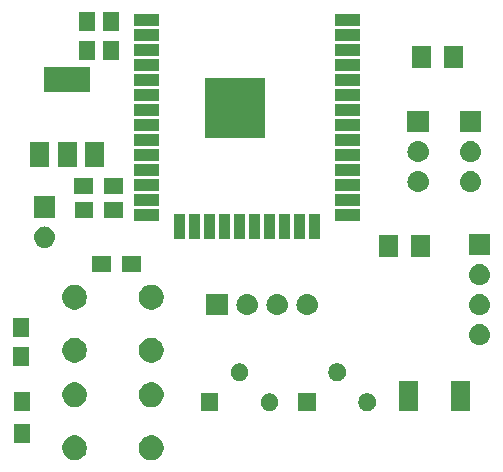
<source format=gbr>
%TF.GenerationSoftware,KiCad,Pcbnew,5.1.4*%
%TF.CreationDate,2019-10-29T20:04:43-05:00*%
%TF.ProjectId,pet_feeder,7065745f-6665-4656-9465-722e6b696361,rev?*%
%TF.SameCoordinates,Original*%
%TF.FileFunction,Soldermask,Top*%
%TF.FilePolarity,Negative*%
%FSLAX46Y46*%
G04 Gerber Fmt 4.6, Leading zero omitted, Abs format (unit mm)*
G04 Created by KiCad (PCBNEW 5.1.4) date 2019-10-29 20:04:43*
%MOMM*%
%LPD*%
G04 APERTURE LIST*
%ADD10C,0.100000*%
G04 APERTURE END LIST*
D10*
G36*
X136346564Y-106994389D02*
G01*
X136537833Y-107073615D01*
X136537835Y-107073616D01*
X136709973Y-107188635D01*
X136856365Y-107335027D01*
X136971385Y-107507167D01*
X137050611Y-107698436D01*
X137091000Y-107901484D01*
X137091000Y-108108516D01*
X137050611Y-108311564D01*
X136971385Y-108502833D01*
X136971384Y-108502835D01*
X136856365Y-108674973D01*
X136709973Y-108821365D01*
X136537835Y-108936384D01*
X136537834Y-108936385D01*
X136537833Y-108936385D01*
X136346564Y-109015611D01*
X136143516Y-109056000D01*
X135936484Y-109056000D01*
X135733436Y-109015611D01*
X135542167Y-108936385D01*
X135542166Y-108936385D01*
X135542165Y-108936384D01*
X135370027Y-108821365D01*
X135223635Y-108674973D01*
X135108616Y-108502835D01*
X135108615Y-108502833D01*
X135029389Y-108311564D01*
X134989000Y-108108516D01*
X134989000Y-107901484D01*
X135029389Y-107698436D01*
X135108615Y-107507167D01*
X135223635Y-107335027D01*
X135370027Y-107188635D01*
X135542165Y-107073616D01*
X135542167Y-107073615D01*
X135733436Y-106994389D01*
X135936484Y-106954000D01*
X136143516Y-106954000D01*
X136346564Y-106994389D01*
X136346564Y-106994389D01*
G37*
G36*
X129846564Y-106994389D02*
G01*
X130037833Y-107073615D01*
X130037835Y-107073616D01*
X130209973Y-107188635D01*
X130356365Y-107335027D01*
X130471385Y-107507167D01*
X130550611Y-107698436D01*
X130591000Y-107901484D01*
X130591000Y-108108516D01*
X130550611Y-108311564D01*
X130471385Y-108502833D01*
X130471384Y-108502835D01*
X130356365Y-108674973D01*
X130209973Y-108821365D01*
X130037835Y-108936384D01*
X130037834Y-108936385D01*
X130037833Y-108936385D01*
X129846564Y-109015611D01*
X129643516Y-109056000D01*
X129436484Y-109056000D01*
X129233436Y-109015611D01*
X129042167Y-108936385D01*
X129042166Y-108936385D01*
X129042165Y-108936384D01*
X128870027Y-108821365D01*
X128723635Y-108674973D01*
X128608616Y-108502835D01*
X128608615Y-108502833D01*
X128529389Y-108311564D01*
X128489000Y-108108516D01*
X128489000Y-107901484D01*
X128529389Y-107698436D01*
X128608615Y-107507167D01*
X128723635Y-107335027D01*
X128870027Y-107188635D01*
X129042165Y-107073616D01*
X129042167Y-107073615D01*
X129233436Y-106994389D01*
X129436484Y-106954000D01*
X129643516Y-106954000D01*
X129846564Y-106994389D01*
X129846564Y-106994389D01*
G37*
G36*
X125796000Y-107561000D02*
G01*
X124394000Y-107561000D01*
X124394000Y-105959000D01*
X125796000Y-105959000D01*
X125796000Y-107561000D01*
X125796000Y-107561000D01*
G37*
G36*
X141721000Y-104891000D02*
G01*
X140219000Y-104891000D01*
X140219000Y-103389000D01*
X141721000Y-103389000D01*
X141721000Y-104891000D01*
X141721000Y-104891000D01*
G37*
G36*
X146186730Y-103401484D02*
G01*
X146269059Y-103417860D01*
X146405732Y-103474472D01*
X146528735Y-103556660D01*
X146633340Y-103661265D01*
X146715528Y-103784268D01*
X146715529Y-103784270D01*
X146772140Y-103920941D01*
X146801000Y-104066032D01*
X146801000Y-104213968D01*
X146772140Y-104359059D01*
X146740111Y-104436385D01*
X146715528Y-104495732D01*
X146633340Y-104618735D01*
X146528735Y-104723340D01*
X146405732Y-104805528D01*
X146405731Y-104805529D01*
X146405730Y-104805529D01*
X146269059Y-104862140D01*
X146123968Y-104891000D01*
X145976032Y-104891000D01*
X145830941Y-104862140D01*
X145694270Y-104805529D01*
X145694269Y-104805529D01*
X145694268Y-104805528D01*
X145571265Y-104723340D01*
X145466660Y-104618735D01*
X145384472Y-104495732D01*
X145359890Y-104436385D01*
X145327860Y-104359059D01*
X145299000Y-104213968D01*
X145299000Y-104066032D01*
X145327860Y-103920941D01*
X145384471Y-103784270D01*
X145384472Y-103784268D01*
X145466660Y-103661265D01*
X145571265Y-103556660D01*
X145694268Y-103474472D01*
X145830941Y-103417860D01*
X145913270Y-103401484D01*
X145976032Y-103389000D01*
X146123968Y-103389000D01*
X146186730Y-103401484D01*
X146186730Y-103401484D01*
G37*
G36*
X154441730Y-103401484D02*
G01*
X154524059Y-103417860D01*
X154660732Y-103474472D01*
X154783735Y-103556660D01*
X154888340Y-103661265D01*
X154970528Y-103784268D01*
X154970529Y-103784270D01*
X155027140Y-103920941D01*
X155056000Y-104066032D01*
X155056000Y-104213968D01*
X155027140Y-104359059D01*
X154995111Y-104436385D01*
X154970528Y-104495732D01*
X154888340Y-104618735D01*
X154783735Y-104723340D01*
X154660732Y-104805528D01*
X154660731Y-104805529D01*
X154660730Y-104805529D01*
X154524059Y-104862140D01*
X154378968Y-104891000D01*
X154231032Y-104891000D01*
X154085941Y-104862140D01*
X153949270Y-104805529D01*
X153949269Y-104805529D01*
X153949268Y-104805528D01*
X153826265Y-104723340D01*
X153721660Y-104618735D01*
X153639472Y-104495732D01*
X153614890Y-104436385D01*
X153582860Y-104359059D01*
X153554000Y-104213968D01*
X153554000Y-104066032D01*
X153582860Y-103920941D01*
X153639471Y-103784270D01*
X153639472Y-103784268D01*
X153721660Y-103661265D01*
X153826265Y-103556660D01*
X153949268Y-103474472D01*
X154085941Y-103417860D01*
X154168270Y-103401484D01*
X154231032Y-103389000D01*
X154378968Y-103389000D01*
X154441730Y-103401484D01*
X154441730Y-103401484D01*
G37*
G36*
X149976000Y-104891000D02*
G01*
X148474000Y-104891000D01*
X148474000Y-103389000D01*
X149976000Y-103389000D01*
X149976000Y-104891000D01*
X149976000Y-104891000D01*
G37*
G36*
X158596000Y-104883000D02*
G01*
X157044000Y-104883000D01*
X157044000Y-102381000D01*
X158596000Y-102381000D01*
X158596000Y-104883000D01*
X158596000Y-104883000D01*
G37*
G36*
X162996000Y-104883000D02*
G01*
X161444000Y-104883000D01*
X161444000Y-102381000D01*
X162996000Y-102381000D01*
X162996000Y-104883000D01*
X162996000Y-104883000D01*
G37*
G36*
X125796000Y-104861000D02*
G01*
X124394000Y-104861000D01*
X124394000Y-103259000D01*
X125796000Y-103259000D01*
X125796000Y-104861000D01*
X125796000Y-104861000D01*
G37*
G36*
X129846564Y-102494389D02*
G01*
X130037833Y-102573615D01*
X130037835Y-102573616D01*
X130209973Y-102688635D01*
X130356365Y-102835027D01*
X130421829Y-102933000D01*
X130471385Y-103007167D01*
X130550611Y-103198436D01*
X130591000Y-103401484D01*
X130591000Y-103608516D01*
X130550611Y-103811564D01*
X130471385Y-104002833D01*
X130471384Y-104002835D01*
X130356365Y-104174973D01*
X130209973Y-104321365D01*
X130037835Y-104436384D01*
X130037834Y-104436385D01*
X130037833Y-104436385D01*
X129846564Y-104515611D01*
X129643516Y-104556000D01*
X129436484Y-104556000D01*
X129233436Y-104515611D01*
X129042167Y-104436385D01*
X129042166Y-104436385D01*
X129042165Y-104436384D01*
X128870027Y-104321365D01*
X128723635Y-104174973D01*
X128608616Y-104002835D01*
X128608615Y-104002833D01*
X128529389Y-103811564D01*
X128489000Y-103608516D01*
X128489000Y-103401484D01*
X128529389Y-103198436D01*
X128608615Y-103007167D01*
X128658172Y-102933000D01*
X128723635Y-102835027D01*
X128870027Y-102688635D01*
X129042165Y-102573616D01*
X129042167Y-102573615D01*
X129233436Y-102494389D01*
X129436484Y-102454000D01*
X129643516Y-102454000D01*
X129846564Y-102494389D01*
X129846564Y-102494389D01*
G37*
G36*
X136346564Y-102494389D02*
G01*
X136537833Y-102573615D01*
X136537835Y-102573616D01*
X136709973Y-102688635D01*
X136856365Y-102835027D01*
X136921829Y-102933000D01*
X136971385Y-103007167D01*
X137050611Y-103198436D01*
X137091000Y-103401484D01*
X137091000Y-103608516D01*
X137050611Y-103811564D01*
X136971385Y-104002833D01*
X136971384Y-104002835D01*
X136856365Y-104174973D01*
X136709973Y-104321365D01*
X136537835Y-104436384D01*
X136537834Y-104436385D01*
X136537833Y-104436385D01*
X136346564Y-104515611D01*
X136143516Y-104556000D01*
X135936484Y-104556000D01*
X135733436Y-104515611D01*
X135542167Y-104436385D01*
X135542166Y-104436385D01*
X135542165Y-104436384D01*
X135370027Y-104321365D01*
X135223635Y-104174973D01*
X135108616Y-104002835D01*
X135108615Y-104002833D01*
X135029389Y-103811564D01*
X134989000Y-103608516D01*
X134989000Y-103401484D01*
X135029389Y-103198436D01*
X135108615Y-103007167D01*
X135158172Y-102933000D01*
X135223635Y-102835027D01*
X135370027Y-102688635D01*
X135542165Y-102573616D01*
X135542167Y-102573615D01*
X135733436Y-102494389D01*
X135936484Y-102454000D01*
X136143516Y-102454000D01*
X136346564Y-102494389D01*
X136346564Y-102494389D01*
G37*
G36*
X151984059Y-100877860D02*
G01*
X152120732Y-100934472D01*
X152243735Y-101016660D01*
X152348340Y-101121265D01*
X152430528Y-101244268D01*
X152487140Y-101380941D01*
X152516000Y-101526033D01*
X152516000Y-101673967D01*
X152487140Y-101819059D01*
X152430528Y-101955732D01*
X152348340Y-102078735D01*
X152243735Y-102183340D01*
X152120732Y-102265528D01*
X152120731Y-102265529D01*
X152120730Y-102265529D01*
X151984059Y-102322140D01*
X151838968Y-102351000D01*
X151691032Y-102351000D01*
X151545941Y-102322140D01*
X151409270Y-102265529D01*
X151409269Y-102265529D01*
X151409268Y-102265528D01*
X151286265Y-102183340D01*
X151181660Y-102078735D01*
X151099472Y-101955732D01*
X151042860Y-101819059D01*
X151014000Y-101673967D01*
X151014000Y-101526033D01*
X151042860Y-101380941D01*
X151099472Y-101244268D01*
X151181660Y-101121265D01*
X151286265Y-101016660D01*
X151409268Y-100934472D01*
X151545941Y-100877860D01*
X151691032Y-100849000D01*
X151838968Y-100849000D01*
X151984059Y-100877860D01*
X151984059Y-100877860D01*
G37*
G36*
X143729059Y-100877860D02*
G01*
X143865732Y-100934472D01*
X143988735Y-101016660D01*
X144093340Y-101121265D01*
X144175528Y-101244268D01*
X144232140Y-101380941D01*
X144261000Y-101526033D01*
X144261000Y-101673967D01*
X144232140Y-101819059D01*
X144175528Y-101955732D01*
X144093340Y-102078735D01*
X143988735Y-102183340D01*
X143865732Y-102265528D01*
X143865731Y-102265529D01*
X143865730Y-102265529D01*
X143729059Y-102322140D01*
X143583968Y-102351000D01*
X143436032Y-102351000D01*
X143290941Y-102322140D01*
X143154270Y-102265529D01*
X143154269Y-102265529D01*
X143154268Y-102265528D01*
X143031265Y-102183340D01*
X142926660Y-102078735D01*
X142844472Y-101955732D01*
X142787860Y-101819059D01*
X142759000Y-101673967D01*
X142759000Y-101526033D01*
X142787860Y-101380941D01*
X142844472Y-101244268D01*
X142926660Y-101121265D01*
X143031265Y-101016660D01*
X143154268Y-100934472D01*
X143290941Y-100877860D01*
X143436032Y-100849000D01*
X143583968Y-100849000D01*
X143729059Y-100877860D01*
X143729059Y-100877860D01*
G37*
G36*
X125644000Y-101111000D02*
G01*
X124292000Y-101111000D01*
X124292000Y-99509000D01*
X125644000Y-99509000D01*
X125644000Y-101111000D01*
X125644000Y-101111000D01*
G37*
G36*
X136346564Y-98739389D02*
G01*
X136537833Y-98818615D01*
X136537835Y-98818616D01*
X136701523Y-98927989D01*
X136709973Y-98933635D01*
X136856365Y-99080027D01*
X136971385Y-99252167D01*
X137050611Y-99443436D01*
X137091000Y-99646484D01*
X137091000Y-99853516D01*
X137050611Y-100056564D01*
X136971385Y-100247833D01*
X136971384Y-100247835D01*
X136856365Y-100419973D01*
X136709973Y-100566365D01*
X136537835Y-100681384D01*
X136537834Y-100681385D01*
X136537833Y-100681385D01*
X136346564Y-100760611D01*
X136143516Y-100801000D01*
X135936484Y-100801000D01*
X135733436Y-100760611D01*
X135542167Y-100681385D01*
X135542166Y-100681385D01*
X135542165Y-100681384D01*
X135370027Y-100566365D01*
X135223635Y-100419973D01*
X135108616Y-100247835D01*
X135108615Y-100247833D01*
X135029389Y-100056564D01*
X134989000Y-99853516D01*
X134989000Y-99646484D01*
X135029389Y-99443436D01*
X135108615Y-99252167D01*
X135223635Y-99080027D01*
X135370027Y-98933635D01*
X135378477Y-98927989D01*
X135542165Y-98818616D01*
X135542167Y-98818615D01*
X135733436Y-98739389D01*
X135936484Y-98699000D01*
X136143516Y-98699000D01*
X136346564Y-98739389D01*
X136346564Y-98739389D01*
G37*
G36*
X129846564Y-98739389D02*
G01*
X130037833Y-98818615D01*
X130037835Y-98818616D01*
X130201523Y-98927989D01*
X130209973Y-98933635D01*
X130356365Y-99080027D01*
X130471385Y-99252167D01*
X130550611Y-99443436D01*
X130591000Y-99646484D01*
X130591000Y-99853516D01*
X130550611Y-100056564D01*
X130471385Y-100247833D01*
X130471384Y-100247835D01*
X130356365Y-100419973D01*
X130209973Y-100566365D01*
X130037835Y-100681384D01*
X130037834Y-100681385D01*
X130037833Y-100681385D01*
X129846564Y-100760611D01*
X129643516Y-100801000D01*
X129436484Y-100801000D01*
X129233436Y-100760611D01*
X129042167Y-100681385D01*
X129042166Y-100681385D01*
X129042165Y-100681384D01*
X128870027Y-100566365D01*
X128723635Y-100419973D01*
X128608616Y-100247835D01*
X128608615Y-100247833D01*
X128529389Y-100056564D01*
X128489000Y-99853516D01*
X128489000Y-99646484D01*
X128529389Y-99443436D01*
X128608615Y-99252167D01*
X128723635Y-99080027D01*
X128870027Y-98933635D01*
X128878477Y-98927989D01*
X129042165Y-98818616D01*
X129042167Y-98818615D01*
X129233436Y-98739389D01*
X129436484Y-98699000D01*
X129643516Y-98699000D01*
X129846564Y-98739389D01*
X129846564Y-98739389D01*
G37*
G36*
X163940442Y-97530518D02*
G01*
X164006627Y-97537037D01*
X164176466Y-97588557D01*
X164332991Y-97672222D01*
X164368729Y-97701552D01*
X164470186Y-97784814D01*
X164553448Y-97886271D01*
X164582778Y-97922009D01*
X164666443Y-98078534D01*
X164717963Y-98248373D01*
X164735359Y-98425000D01*
X164717963Y-98601627D01*
X164666443Y-98771466D01*
X164582778Y-98927991D01*
X164578146Y-98933635D01*
X164470186Y-99065186D01*
X164368729Y-99148448D01*
X164332991Y-99177778D01*
X164176466Y-99261443D01*
X164006627Y-99312963D01*
X163940442Y-99319482D01*
X163874260Y-99326000D01*
X163785740Y-99326000D01*
X163719557Y-99319481D01*
X163653373Y-99312963D01*
X163483534Y-99261443D01*
X163327009Y-99177778D01*
X163291271Y-99148448D01*
X163189814Y-99065186D01*
X163081854Y-98933635D01*
X163077222Y-98927991D01*
X162993557Y-98771466D01*
X162942037Y-98601627D01*
X162924641Y-98425000D01*
X162942037Y-98248373D01*
X162993557Y-98078534D01*
X163077222Y-97922009D01*
X163106552Y-97886271D01*
X163189814Y-97784814D01*
X163291271Y-97701552D01*
X163327009Y-97672222D01*
X163483534Y-97588557D01*
X163653373Y-97537037D01*
X163719558Y-97530518D01*
X163785740Y-97524000D01*
X163874260Y-97524000D01*
X163940442Y-97530518D01*
X163940442Y-97530518D01*
G37*
G36*
X125644000Y-98611000D02*
G01*
X124292000Y-98611000D01*
X124292000Y-97009000D01*
X125644000Y-97009000D01*
X125644000Y-98611000D01*
X125644000Y-98611000D01*
G37*
G36*
X163940443Y-94990519D02*
G01*
X164006627Y-94997037D01*
X164176466Y-95048557D01*
X164332991Y-95132222D01*
X164368729Y-95161552D01*
X164470186Y-95244814D01*
X164553448Y-95346271D01*
X164582778Y-95382009D01*
X164666443Y-95538534D01*
X164717963Y-95708373D01*
X164735359Y-95885000D01*
X164717963Y-96061627D01*
X164666443Y-96231466D01*
X164582778Y-96387991D01*
X164553448Y-96423729D01*
X164470186Y-96525186D01*
X164368729Y-96608448D01*
X164332991Y-96637778D01*
X164176466Y-96721443D01*
X164006627Y-96772963D01*
X163940442Y-96779482D01*
X163874260Y-96786000D01*
X163785740Y-96786000D01*
X163719558Y-96779482D01*
X163653373Y-96772963D01*
X163483534Y-96721443D01*
X163327009Y-96637778D01*
X163291271Y-96608448D01*
X163189814Y-96525186D01*
X163106552Y-96423729D01*
X163077222Y-96387991D01*
X162993557Y-96231466D01*
X162942037Y-96061627D01*
X162924641Y-95885000D01*
X162942037Y-95708373D01*
X162993557Y-95538534D01*
X163077222Y-95382009D01*
X163106552Y-95346271D01*
X163189814Y-95244814D01*
X163291271Y-95161552D01*
X163327009Y-95132222D01*
X163483534Y-95048557D01*
X163653373Y-94997037D01*
X163719557Y-94990519D01*
X163785740Y-94984000D01*
X163874260Y-94984000D01*
X163940443Y-94990519D01*
X163940443Y-94990519D01*
G37*
G36*
X142506000Y-96786000D02*
G01*
X140704000Y-96786000D01*
X140704000Y-94984000D01*
X142506000Y-94984000D01*
X142506000Y-96786000D01*
X142506000Y-96786000D01*
G37*
G36*
X144255443Y-94990519D02*
G01*
X144321627Y-94997037D01*
X144491466Y-95048557D01*
X144647991Y-95132222D01*
X144683729Y-95161552D01*
X144785186Y-95244814D01*
X144868448Y-95346271D01*
X144897778Y-95382009D01*
X144981443Y-95538534D01*
X145032963Y-95708373D01*
X145050359Y-95885000D01*
X145032963Y-96061627D01*
X144981443Y-96231466D01*
X144897778Y-96387991D01*
X144868448Y-96423729D01*
X144785186Y-96525186D01*
X144683729Y-96608448D01*
X144647991Y-96637778D01*
X144491466Y-96721443D01*
X144321627Y-96772963D01*
X144255442Y-96779482D01*
X144189260Y-96786000D01*
X144100740Y-96786000D01*
X144034558Y-96779482D01*
X143968373Y-96772963D01*
X143798534Y-96721443D01*
X143642009Y-96637778D01*
X143606271Y-96608448D01*
X143504814Y-96525186D01*
X143421552Y-96423729D01*
X143392222Y-96387991D01*
X143308557Y-96231466D01*
X143257037Y-96061627D01*
X143239641Y-95885000D01*
X143257037Y-95708373D01*
X143308557Y-95538534D01*
X143392222Y-95382009D01*
X143421552Y-95346271D01*
X143504814Y-95244814D01*
X143606271Y-95161552D01*
X143642009Y-95132222D01*
X143798534Y-95048557D01*
X143968373Y-94997037D01*
X144034557Y-94990519D01*
X144100740Y-94984000D01*
X144189260Y-94984000D01*
X144255443Y-94990519D01*
X144255443Y-94990519D01*
G37*
G36*
X146795443Y-94990519D02*
G01*
X146861627Y-94997037D01*
X147031466Y-95048557D01*
X147187991Y-95132222D01*
X147223729Y-95161552D01*
X147325186Y-95244814D01*
X147408448Y-95346271D01*
X147437778Y-95382009D01*
X147521443Y-95538534D01*
X147572963Y-95708373D01*
X147590359Y-95885000D01*
X147572963Y-96061627D01*
X147521443Y-96231466D01*
X147437778Y-96387991D01*
X147408448Y-96423729D01*
X147325186Y-96525186D01*
X147223729Y-96608448D01*
X147187991Y-96637778D01*
X147031466Y-96721443D01*
X146861627Y-96772963D01*
X146795442Y-96779482D01*
X146729260Y-96786000D01*
X146640740Y-96786000D01*
X146574558Y-96779482D01*
X146508373Y-96772963D01*
X146338534Y-96721443D01*
X146182009Y-96637778D01*
X146146271Y-96608448D01*
X146044814Y-96525186D01*
X145961552Y-96423729D01*
X145932222Y-96387991D01*
X145848557Y-96231466D01*
X145797037Y-96061627D01*
X145779641Y-95885000D01*
X145797037Y-95708373D01*
X145848557Y-95538534D01*
X145932222Y-95382009D01*
X145961552Y-95346271D01*
X146044814Y-95244814D01*
X146146271Y-95161552D01*
X146182009Y-95132222D01*
X146338534Y-95048557D01*
X146508373Y-94997037D01*
X146574557Y-94990519D01*
X146640740Y-94984000D01*
X146729260Y-94984000D01*
X146795443Y-94990519D01*
X146795443Y-94990519D01*
G37*
G36*
X149335443Y-94990519D02*
G01*
X149401627Y-94997037D01*
X149571466Y-95048557D01*
X149727991Y-95132222D01*
X149763729Y-95161552D01*
X149865186Y-95244814D01*
X149948448Y-95346271D01*
X149977778Y-95382009D01*
X150061443Y-95538534D01*
X150112963Y-95708373D01*
X150130359Y-95885000D01*
X150112963Y-96061627D01*
X150061443Y-96231466D01*
X149977778Y-96387991D01*
X149948448Y-96423729D01*
X149865186Y-96525186D01*
X149763729Y-96608448D01*
X149727991Y-96637778D01*
X149571466Y-96721443D01*
X149401627Y-96772963D01*
X149335442Y-96779482D01*
X149269260Y-96786000D01*
X149180740Y-96786000D01*
X149114558Y-96779482D01*
X149048373Y-96772963D01*
X148878534Y-96721443D01*
X148722009Y-96637778D01*
X148686271Y-96608448D01*
X148584814Y-96525186D01*
X148501552Y-96423729D01*
X148472222Y-96387991D01*
X148388557Y-96231466D01*
X148337037Y-96061627D01*
X148319641Y-95885000D01*
X148337037Y-95708373D01*
X148388557Y-95538534D01*
X148472222Y-95382009D01*
X148501552Y-95346271D01*
X148584814Y-95244814D01*
X148686271Y-95161552D01*
X148722009Y-95132222D01*
X148878534Y-95048557D01*
X149048373Y-94997037D01*
X149114557Y-94990519D01*
X149180740Y-94984000D01*
X149269260Y-94984000D01*
X149335443Y-94990519D01*
X149335443Y-94990519D01*
G37*
G36*
X136346564Y-94239389D02*
G01*
X136537833Y-94318615D01*
X136537835Y-94318616D01*
X136709973Y-94433635D01*
X136856365Y-94580027D01*
X136971385Y-94752167D01*
X137050611Y-94943436D01*
X137091000Y-95146484D01*
X137091000Y-95353516D01*
X137050611Y-95556564D01*
X136987730Y-95708373D01*
X136971384Y-95747835D01*
X136856365Y-95919973D01*
X136709973Y-96066365D01*
X136537835Y-96181384D01*
X136537834Y-96181385D01*
X136537833Y-96181385D01*
X136346564Y-96260611D01*
X136143516Y-96301000D01*
X135936484Y-96301000D01*
X135733436Y-96260611D01*
X135542167Y-96181385D01*
X135542166Y-96181385D01*
X135542165Y-96181384D01*
X135370027Y-96066365D01*
X135223635Y-95919973D01*
X135108616Y-95747835D01*
X135092270Y-95708373D01*
X135029389Y-95556564D01*
X134989000Y-95353516D01*
X134989000Y-95146484D01*
X135029389Y-94943436D01*
X135108615Y-94752167D01*
X135223635Y-94580027D01*
X135370027Y-94433635D01*
X135542165Y-94318616D01*
X135542167Y-94318615D01*
X135733436Y-94239389D01*
X135936484Y-94199000D01*
X136143516Y-94199000D01*
X136346564Y-94239389D01*
X136346564Y-94239389D01*
G37*
G36*
X129846564Y-94239389D02*
G01*
X130037833Y-94318615D01*
X130037835Y-94318616D01*
X130209973Y-94433635D01*
X130356365Y-94580027D01*
X130471385Y-94752167D01*
X130550611Y-94943436D01*
X130591000Y-95146484D01*
X130591000Y-95353516D01*
X130550611Y-95556564D01*
X130487730Y-95708373D01*
X130471384Y-95747835D01*
X130356365Y-95919973D01*
X130209973Y-96066365D01*
X130037835Y-96181384D01*
X130037834Y-96181385D01*
X130037833Y-96181385D01*
X129846564Y-96260611D01*
X129643516Y-96301000D01*
X129436484Y-96301000D01*
X129233436Y-96260611D01*
X129042167Y-96181385D01*
X129042166Y-96181385D01*
X129042165Y-96181384D01*
X128870027Y-96066365D01*
X128723635Y-95919973D01*
X128608616Y-95747835D01*
X128592270Y-95708373D01*
X128529389Y-95556564D01*
X128489000Y-95353516D01*
X128489000Y-95146484D01*
X128529389Y-94943436D01*
X128608615Y-94752167D01*
X128723635Y-94580027D01*
X128870027Y-94433635D01*
X129042165Y-94318616D01*
X129042167Y-94318615D01*
X129233436Y-94239389D01*
X129436484Y-94199000D01*
X129643516Y-94199000D01*
X129846564Y-94239389D01*
X129846564Y-94239389D01*
G37*
G36*
X163940443Y-92450519D02*
G01*
X164006627Y-92457037D01*
X164176466Y-92508557D01*
X164332991Y-92592222D01*
X164368729Y-92621552D01*
X164470186Y-92704814D01*
X164553448Y-92806271D01*
X164582778Y-92842009D01*
X164666443Y-92998534D01*
X164717963Y-93168373D01*
X164735359Y-93345000D01*
X164717963Y-93521627D01*
X164666443Y-93691466D01*
X164582778Y-93847991D01*
X164553448Y-93883729D01*
X164470186Y-93985186D01*
X164368729Y-94068448D01*
X164332991Y-94097778D01*
X164176466Y-94181443D01*
X164006627Y-94232963D01*
X163941382Y-94239389D01*
X163874260Y-94246000D01*
X163785740Y-94246000D01*
X163718618Y-94239389D01*
X163653373Y-94232963D01*
X163483534Y-94181443D01*
X163327009Y-94097778D01*
X163291271Y-94068448D01*
X163189814Y-93985186D01*
X163106552Y-93883729D01*
X163077222Y-93847991D01*
X162993557Y-93691466D01*
X162942037Y-93521627D01*
X162924641Y-93345000D01*
X162942037Y-93168373D01*
X162993557Y-92998534D01*
X163077222Y-92842009D01*
X163106552Y-92806271D01*
X163189814Y-92704814D01*
X163291271Y-92621552D01*
X163327009Y-92592222D01*
X163483534Y-92508557D01*
X163653373Y-92457037D01*
X163719557Y-92450519D01*
X163785740Y-92444000D01*
X163874260Y-92444000D01*
X163940443Y-92450519D01*
X163940443Y-92450519D01*
G37*
G36*
X132647000Y-93132000D02*
G01*
X131045000Y-93132000D01*
X131045000Y-91780000D01*
X132647000Y-91780000D01*
X132647000Y-93132000D01*
X132647000Y-93132000D01*
G37*
G36*
X135147000Y-93132000D02*
G01*
X133545000Y-93132000D01*
X133545000Y-91780000D01*
X135147000Y-91780000D01*
X135147000Y-93132000D01*
X135147000Y-93132000D01*
G37*
G36*
X156951000Y-91833000D02*
G01*
X155349000Y-91833000D01*
X155349000Y-90031000D01*
X156951000Y-90031000D01*
X156951000Y-91833000D01*
X156951000Y-91833000D01*
G37*
G36*
X159611000Y-91833000D02*
G01*
X158009000Y-91833000D01*
X158009000Y-90031000D01*
X159611000Y-90031000D01*
X159611000Y-91833000D01*
X159611000Y-91833000D01*
G37*
G36*
X164731000Y-91706000D02*
G01*
X162929000Y-91706000D01*
X162929000Y-89904000D01*
X164731000Y-89904000D01*
X164731000Y-91706000D01*
X164731000Y-91706000D01*
G37*
G36*
X127110443Y-89275519D02*
G01*
X127176627Y-89282037D01*
X127346466Y-89333557D01*
X127502991Y-89417222D01*
X127538729Y-89446552D01*
X127640186Y-89529814D01*
X127723448Y-89631271D01*
X127752778Y-89667009D01*
X127836443Y-89823534D01*
X127887963Y-89993373D01*
X127905359Y-90170000D01*
X127887963Y-90346627D01*
X127836443Y-90516466D01*
X127752778Y-90672991D01*
X127746205Y-90681000D01*
X127640186Y-90810186D01*
X127538729Y-90893448D01*
X127502991Y-90922778D01*
X127346466Y-91006443D01*
X127176627Y-91057963D01*
X127110442Y-91064482D01*
X127044260Y-91071000D01*
X126955740Y-91071000D01*
X126889558Y-91064482D01*
X126823373Y-91057963D01*
X126653534Y-91006443D01*
X126497009Y-90922778D01*
X126461271Y-90893448D01*
X126359814Y-90810186D01*
X126253795Y-90681000D01*
X126247222Y-90672991D01*
X126163557Y-90516466D01*
X126112037Y-90346627D01*
X126094641Y-90170000D01*
X126112037Y-89993373D01*
X126163557Y-89823534D01*
X126247222Y-89667009D01*
X126276552Y-89631271D01*
X126359814Y-89529814D01*
X126461271Y-89446552D01*
X126497009Y-89417222D01*
X126653534Y-89333557D01*
X126823373Y-89282037D01*
X126889557Y-89275519D01*
X126955740Y-89269000D01*
X127044260Y-89269000D01*
X127110443Y-89275519D01*
X127110443Y-89275519D01*
G37*
G36*
X140201000Y-90316000D02*
G01*
X139199000Y-90316000D01*
X139199000Y-88214000D01*
X140201000Y-88214000D01*
X140201000Y-90316000D01*
X140201000Y-90316000D01*
G37*
G36*
X150361000Y-90316000D02*
G01*
X149359000Y-90316000D01*
X149359000Y-88214000D01*
X150361000Y-88214000D01*
X150361000Y-90316000D01*
X150361000Y-90316000D01*
G37*
G36*
X149091000Y-90316000D02*
G01*
X148089000Y-90316000D01*
X148089000Y-88214000D01*
X149091000Y-88214000D01*
X149091000Y-90316000D01*
X149091000Y-90316000D01*
G37*
G36*
X146551000Y-90316000D02*
G01*
X145549000Y-90316000D01*
X145549000Y-88214000D01*
X146551000Y-88214000D01*
X146551000Y-90316000D01*
X146551000Y-90316000D01*
G37*
G36*
X145281000Y-90316000D02*
G01*
X144279000Y-90316000D01*
X144279000Y-88214000D01*
X145281000Y-88214000D01*
X145281000Y-90316000D01*
X145281000Y-90316000D01*
G37*
G36*
X144011000Y-90316000D02*
G01*
X143009000Y-90316000D01*
X143009000Y-88214000D01*
X144011000Y-88214000D01*
X144011000Y-90316000D01*
X144011000Y-90316000D01*
G37*
G36*
X142741000Y-90316000D02*
G01*
X141739000Y-90316000D01*
X141739000Y-88214000D01*
X142741000Y-88214000D01*
X142741000Y-90316000D01*
X142741000Y-90316000D01*
G37*
G36*
X141471000Y-90316000D02*
G01*
X140469000Y-90316000D01*
X140469000Y-88214000D01*
X141471000Y-88214000D01*
X141471000Y-90316000D01*
X141471000Y-90316000D01*
G37*
G36*
X138931000Y-90316000D02*
G01*
X137929000Y-90316000D01*
X137929000Y-88214000D01*
X138931000Y-88214000D01*
X138931000Y-90316000D01*
X138931000Y-90316000D01*
G37*
G36*
X147821000Y-90316000D02*
G01*
X146819000Y-90316000D01*
X146819000Y-88214000D01*
X147821000Y-88214000D01*
X147821000Y-90316000D01*
X147821000Y-90316000D01*
G37*
G36*
X153696000Y-88766000D02*
G01*
X151594000Y-88766000D01*
X151594000Y-87764000D01*
X153696000Y-87764000D01*
X153696000Y-88766000D01*
X153696000Y-88766000D01*
G37*
G36*
X136696000Y-88766000D02*
G01*
X134594000Y-88766000D01*
X134594000Y-87764000D01*
X136696000Y-87764000D01*
X136696000Y-88766000D01*
X136696000Y-88766000D01*
G37*
G36*
X131143000Y-88560000D02*
G01*
X129541000Y-88560000D01*
X129541000Y-87208000D01*
X131143000Y-87208000D01*
X131143000Y-88560000D01*
X131143000Y-88560000D01*
G37*
G36*
X133643000Y-88560000D02*
G01*
X132041000Y-88560000D01*
X132041000Y-87208000D01*
X133643000Y-87208000D01*
X133643000Y-88560000D01*
X133643000Y-88560000D01*
G37*
G36*
X127901000Y-88531000D02*
G01*
X126099000Y-88531000D01*
X126099000Y-86729000D01*
X127901000Y-86729000D01*
X127901000Y-88531000D01*
X127901000Y-88531000D01*
G37*
G36*
X153696000Y-87496000D02*
G01*
X151594000Y-87496000D01*
X151594000Y-86494000D01*
X153696000Y-86494000D01*
X153696000Y-87496000D01*
X153696000Y-87496000D01*
G37*
G36*
X136696000Y-87496000D02*
G01*
X134594000Y-87496000D01*
X134594000Y-86494000D01*
X136696000Y-86494000D01*
X136696000Y-87496000D01*
X136696000Y-87496000D01*
G37*
G36*
X131123000Y-86528000D02*
G01*
X129521000Y-86528000D01*
X129521000Y-85176000D01*
X131123000Y-85176000D01*
X131123000Y-86528000D01*
X131123000Y-86528000D01*
G37*
G36*
X133623000Y-86528000D02*
G01*
X132021000Y-86528000D01*
X132021000Y-85176000D01*
X133623000Y-85176000D01*
X133623000Y-86528000D01*
X133623000Y-86528000D01*
G37*
G36*
X163178443Y-84576519D02*
G01*
X163244627Y-84583037D01*
X163414466Y-84634557D01*
X163570991Y-84718222D01*
X163606729Y-84747552D01*
X163708186Y-84830814D01*
X163791448Y-84932271D01*
X163820778Y-84968009D01*
X163904443Y-85124534D01*
X163955963Y-85294373D01*
X163973359Y-85471000D01*
X163955963Y-85647627D01*
X163904443Y-85817466D01*
X163820778Y-85973991D01*
X163791448Y-86009729D01*
X163708186Y-86111186D01*
X163606729Y-86194448D01*
X163570991Y-86223778D01*
X163414466Y-86307443D01*
X163244627Y-86358963D01*
X163178443Y-86365481D01*
X163112260Y-86372000D01*
X163023740Y-86372000D01*
X162957557Y-86365481D01*
X162891373Y-86358963D01*
X162721534Y-86307443D01*
X162565009Y-86223778D01*
X162529271Y-86194448D01*
X162427814Y-86111186D01*
X162344552Y-86009729D01*
X162315222Y-85973991D01*
X162231557Y-85817466D01*
X162180037Y-85647627D01*
X162162641Y-85471000D01*
X162180037Y-85294373D01*
X162231557Y-85124534D01*
X162315222Y-84968009D01*
X162344552Y-84932271D01*
X162427814Y-84830814D01*
X162529271Y-84747552D01*
X162565009Y-84718222D01*
X162721534Y-84634557D01*
X162891373Y-84583037D01*
X162957557Y-84576519D01*
X163023740Y-84570000D01*
X163112260Y-84570000D01*
X163178443Y-84576519D01*
X163178443Y-84576519D01*
G37*
G36*
X158733443Y-84576519D02*
G01*
X158799627Y-84583037D01*
X158969466Y-84634557D01*
X159125991Y-84718222D01*
X159161729Y-84747552D01*
X159263186Y-84830814D01*
X159346448Y-84932271D01*
X159375778Y-84968009D01*
X159459443Y-85124534D01*
X159510963Y-85294373D01*
X159528359Y-85471000D01*
X159510963Y-85647627D01*
X159459443Y-85817466D01*
X159375778Y-85973991D01*
X159346448Y-86009729D01*
X159263186Y-86111186D01*
X159161729Y-86194448D01*
X159125991Y-86223778D01*
X158969466Y-86307443D01*
X158799627Y-86358963D01*
X158733443Y-86365481D01*
X158667260Y-86372000D01*
X158578740Y-86372000D01*
X158512557Y-86365481D01*
X158446373Y-86358963D01*
X158276534Y-86307443D01*
X158120009Y-86223778D01*
X158084271Y-86194448D01*
X157982814Y-86111186D01*
X157899552Y-86009729D01*
X157870222Y-85973991D01*
X157786557Y-85817466D01*
X157735037Y-85647627D01*
X157717641Y-85471000D01*
X157735037Y-85294373D01*
X157786557Y-85124534D01*
X157870222Y-84968009D01*
X157899552Y-84932271D01*
X157982814Y-84830814D01*
X158084271Y-84747552D01*
X158120009Y-84718222D01*
X158276534Y-84634557D01*
X158446373Y-84583037D01*
X158512557Y-84576519D01*
X158578740Y-84570000D01*
X158667260Y-84570000D01*
X158733443Y-84576519D01*
X158733443Y-84576519D01*
G37*
G36*
X153696000Y-86226000D02*
G01*
X151594000Y-86226000D01*
X151594000Y-85224000D01*
X153696000Y-85224000D01*
X153696000Y-86226000D01*
X153696000Y-86226000D01*
G37*
G36*
X136696000Y-86226000D02*
G01*
X134594000Y-86226000D01*
X134594000Y-85224000D01*
X136696000Y-85224000D01*
X136696000Y-86226000D01*
X136696000Y-86226000D01*
G37*
G36*
X136696000Y-84956000D02*
G01*
X134594000Y-84956000D01*
X134594000Y-83954000D01*
X136696000Y-83954000D01*
X136696000Y-84956000D01*
X136696000Y-84956000D01*
G37*
G36*
X153696000Y-84956000D02*
G01*
X151594000Y-84956000D01*
X151594000Y-83954000D01*
X153696000Y-83954000D01*
X153696000Y-84956000D01*
X153696000Y-84956000D01*
G37*
G36*
X132006000Y-84211000D02*
G01*
X130404000Y-84211000D01*
X130404000Y-82109000D01*
X132006000Y-82109000D01*
X132006000Y-84211000D01*
X132006000Y-84211000D01*
G37*
G36*
X129706000Y-84211000D02*
G01*
X128104000Y-84211000D01*
X128104000Y-82109000D01*
X129706000Y-82109000D01*
X129706000Y-84211000D01*
X129706000Y-84211000D01*
G37*
G36*
X127406000Y-84211000D02*
G01*
X125804000Y-84211000D01*
X125804000Y-82109000D01*
X127406000Y-82109000D01*
X127406000Y-84211000D01*
X127406000Y-84211000D01*
G37*
G36*
X163178442Y-82036518D02*
G01*
X163244627Y-82043037D01*
X163414466Y-82094557D01*
X163570991Y-82178222D01*
X163606729Y-82207552D01*
X163708186Y-82290814D01*
X163791448Y-82392271D01*
X163820778Y-82428009D01*
X163904443Y-82584534D01*
X163955963Y-82754373D01*
X163973359Y-82931000D01*
X163955963Y-83107627D01*
X163904443Y-83277466D01*
X163820778Y-83433991D01*
X163791448Y-83469729D01*
X163708186Y-83571186D01*
X163606729Y-83654448D01*
X163570991Y-83683778D01*
X163414466Y-83767443D01*
X163244627Y-83818963D01*
X163178442Y-83825482D01*
X163112260Y-83832000D01*
X163023740Y-83832000D01*
X162957558Y-83825482D01*
X162891373Y-83818963D01*
X162721534Y-83767443D01*
X162565009Y-83683778D01*
X162529271Y-83654448D01*
X162427814Y-83571186D01*
X162344552Y-83469729D01*
X162315222Y-83433991D01*
X162231557Y-83277466D01*
X162180037Y-83107627D01*
X162162641Y-82931000D01*
X162180037Y-82754373D01*
X162231557Y-82584534D01*
X162315222Y-82428009D01*
X162344552Y-82392271D01*
X162427814Y-82290814D01*
X162529271Y-82207552D01*
X162565009Y-82178222D01*
X162721534Y-82094557D01*
X162891373Y-82043037D01*
X162957558Y-82036518D01*
X163023740Y-82030000D01*
X163112260Y-82030000D01*
X163178442Y-82036518D01*
X163178442Y-82036518D01*
G37*
G36*
X158733442Y-82036518D02*
G01*
X158799627Y-82043037D01*
X158969466Y-82094557D01*
X159125991Y-82178222D01*
X159161729Y-82207552D01*
X159263186Y-82290814D01*
X159346448Y-82392271D01*
X159375778Y-82428009D01*
X159459443Y-82584534D01*
X159510963Y-82754373D01*
X159528359Y-82931000D01*
X159510963Y-83107627D01*
X159459443Y-83277466D01*
X159375778Y-83433991D01*
X159346448Y-83469729D01*
X159263186Y-83571186D01*
X159161729Y-83654448D01*
X159125991Y-83683778D01*
X158969466Y-83767443D01*
X158799627Y-83818963D01*
X158733442Y-83825482D01*
X158667260Y-83832000D01*
X158578740Y-83832000D01*
X158512558Y-83825482D01*
X158446373Y-83818963D01*
X158276534Y-83767443D01*
X158120009Y-83683778D01*
X158084271Y-83654448D01*
X157982814Y-83571186D01*
X157899552Y-83469729D01*
X157870222Y-83433991D01*
X157786557Y-83277466D01*
X157735037Y-83107627D01*
X157717641Y-82931000D01*
X157735037Y-82754373D01*
X157786557Y-82584534D01*
X157870222Y-82428009D01*
X157899552Y-82392271D01*
X157982814Y-82290814D01*
X158084271Y-82207552D01*
X158120009Y-82178222D01*
X158276534Y-82094557D01*
X158446373Y-82043037D01*
X158512558Y-82036518D01*
X158578740Y-82030000D01*
X158667260Y-82030000D01*
X158733442Y-82036518D01*
X158733442Y-82036518D01*
G37*
G36*
X153696000Y-83686000D02*
G01*
X151594000Y-83686000D01*
X151594000Y-82684000D01*
X153696000Y-82684000D01*
X153696000Y-83686000D01*
X153696000Y-83686000D01*
G37*
G36*
X136696000Y-83686000D02*
G01*
X134594000Y-83686000D01*
X134594000Y-82684000D01*
X136696000Y-82684000D01*
X136696000Y-83686000D01*
X136696000Y-83686000D01*
G37*
G36*
X153696000Y-82416000D02*
G01*
X151594000Y-82416000D01*
X151594000Y-81414000D01*
X153696000Y-81414000D01*
X153696000Y-82416000D01*
X153696000Y-82416000D01*
G37*
G36*
X136696000Y-82416000D02*
G01*
X134594000Y-82416000D01*
X134594000Y-81414000D01*
X136696000Y-81414000D01*
X136696000Y-82416000D01*
X136696000Y-82416000D01*
G37*
G36*
X145696000Y-81806000D02*
G01*
X140594000Y-81806000D01*
X140594000Y-76704000D01*
X145696000Y-76704000D01*
X145696000Y-81806000D01*
X145696000Y-81806000D01*
G37*
G36*
X159524000Y-81292000D02*
G01*
X157722000Y-81292000D01*
X157722000Y-79490000D01*
X159524000Y-79490000D01*
X159524000Y-81292000D01*
X159524000Y-81292000D01*
G37*
G36*
X163969000Y-81292000D02*
G01*
X162167000Y-81292000D01*
X162167000Y-79490000D01*
X163969000Y-79490000D01*
X163969000Y-81292000D01*
X163969000Y-81292000D01*
G37*
G36*
X136696000Y-81146000D02*
G01*
X134594000Y-81146000D01*
X134594000Y-80144000D01*
X136696000Y-80144000D01*
X136696000Y-81146000D01*
X136696000Y-81146000D01*
G37*
G36*
X153696000Y-81146000D02*
G01*
X151594000Y-81146000D01*
X151594000Y-80144000D01*
X153696000Y-80144000D01*
X153696000Y-81146000D01*
X153696000Y-81146000D01*
G37*
G36*
X153696000Y-79876000D02*
G01*
X151594000Y-79876000D01*
X151594000Y-78874000D01*
X153696000Y-78874000D01*
X153696000Y-79876000D01*
X153696000Y-79876000D01*
G37*
G36*
X136696000Y-79876000D02*
G01*
X134594000Y-79876000D01*
X134594000Y-78874000D01*
X136696000Y-78874000D01*
X136696000Y-79876000D01*
X136696000Y-79876000D01*
G37*
G36*
X136696000Y-78606000D02*
G01*
X134594000Y-78606000D01*
X134594000Y-77604000D01*
X136696000Y-77604000D01*
X136696000Y-78606000D01*
X136696000Y-78606000D01*
G37*
G36*
X153696000Y-78606000D02*
G01*
X151594000Y-78606000D01*
X151594000Y-77604000D01*
X153696000Y-77604000D01*
X153696000Y-78606000D01*
X153696000Y-78606000D01*
G37*
G36*
X130856000Y-77911000D02*
G01*
X126954000Y-77911000D01*
X126954000Y-75809000D01*
X130856000Y-75809000D01*
X130856000Y-77911000D01*
X130856000Y-77911000D01*
G37*
G36*
X153696000Y-77336000D02*
G01*
X151594000Y-77336000D01*
X151594000Y-76334000D01*
X153696000Y-76334000D01*
X153696000Y-77336000D01*
X153696000Y-77336000D01*
G37*
G36*
X136696000Y-77336000D02*
G01*
X134594000Y-77336000D01*
X134594000Y-76334000D01*
X136696000Y-76334000D01*
X136696000Y-77336000D01*
X136696000Y-77336000D01*
G37*
G36*
X153696000Y-76066000D02*
G01*
X151594000Y-76066000D01*
X151594000Y-75064000D01*
X153696000Y-75064000D01*
X153696000Y-76066000D01*
X153696000Y-76066000D01*
G37*
G36*
X136696000Y-76066000D02*
G01*
X134594000Y-76066000D01*
X134594000Y-75064000D01*
X136696000Y-75064000D01*
X136696000Y-76066000D01*
X136696000Y-76066000D01*
G37*
G36*
X162405000Y-75831000D02*
G01*
X160803000Y-75831000D01*
X160803000Y-74029000D01*
X162405000Y-74029000D01*
X162405000Y-75831000D01*
X162405000Y-75831000D01*
G37*
G36*
X159745000Y-75831000D02*
G01*
X158143000Y-75831000D01*
X158143000Y-74029000D01*
X159745000Y-74029000D01*
X159745000Y-75831000D01*
X159745000Y-75831000D01*
G37*
G36*
X133264000Y-75203000D02*
G01*
X131912000Y-75203000D01*
X131912000Y-73601000D01*
X133264000Y-73601000D01*
X133264000Y-75203000D01*
X133264000Y-75203000D01*
G37*
G36*
X131232000Y-75203000D02*
G01*
X129880000Y-75203000D01*
X129880000Y-73601000D01*
X131232000Y-73601000D01*
X131232000Y-75203000D01*
X131232000Y-75203000D01*
G37*
G36*
X136696000Y-74796000D02*
G01*
X134594000Y-74796000D01*
X134594000Y-73794000D01*
X136696000Y-73794000D01*
X136696000Y-74796000D01*
X136696000Y-74796000D01*
G37*
G36*
X153696000Y-74796000D02*
G01*
X151594000Y-74796000D01*
X151594000Y-73794000D01*
X153696000Y-73794000D01*
X153696000Y-74796000D01*
X153696000Y-74796000D01*
G37*
G36*
X136696000Y-73526000D02*
G01*
X134594000Y-73526000D01*
X134594000Y-72524000D01*
X136696000Y-72524000D01*
X136696000Y-73526000D01*
X136696000Y-73526000D01*
G37*
G36*
X153696000Y-73526000D02*
G01*
X151594000Y-73526000D01*
X151594000Y-72524000D01*
X153696000Y-72524000D01*
X153696000Y-73526000D01*
X153696000Y-73526000D01*
G37*
G36*
X133264000Y-72703000D02*
G01*
X131912000Y-72703000D01*
X131912000Y-71101000D01*
X133264000Y-71101000D01*
X133264000Y-72703000D01*
X133264000Y-72703000D01*
G37*
G36*
X131232000Y-72703000D02*
G01*
X129880000Y-72703000D01*
X129880000Y-71101000D01*
X131232000Y-71101000D01*
X131232000Y-72703000D01*
X131232000Y-72703000D01*
G37*
G36*
X136696000Y-72256000D02*
G01*
X134594000Y-72256000D01*
X134594000Y-71254000D01*
X136696000Y-71254000D01*
X136696000Y-72256000D01*
X136696000Y-72256000D01*
G37*
G36*
X153696000Y-72256000D02*
G01*
X151594000Y-72256000D01*
X151594000Y-71254000D01*
X153696000Y-71254000D01*
X153696000Y-72256000D01*
X153696000Y-72256000D01*
G37*
M02*

</source>
